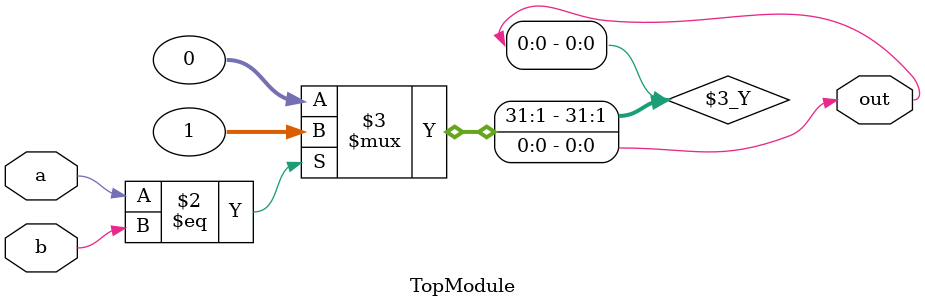
<source format=sv>

module TopModule (
  input a,
  input b,
  output out
);

  // Always block to calculate the output of XNOR gate
  always @(*)
    begin
      // Calculate the output using an XOR operation
      out = (a == b) ? 1 : 0;
    end

endmodule

// VERILOG-EVAL: errant inclusion of module definition

</source>
